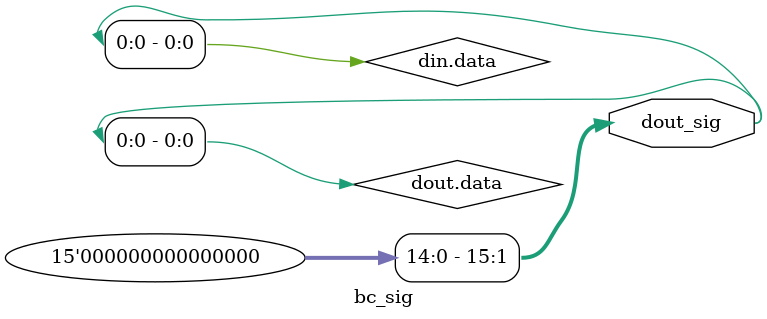
<source format=sv>
module bc_sig
   (
    output [15:0] dout_sig,
	         dti.consumer din,
	         dti.producer dout
    );

   assign dout_sig = din.data;
   assign dout.data = din.data;

   assign dout.valid = din.valid;
   assign din.ready = dout.ready;

endmodule

</source>
